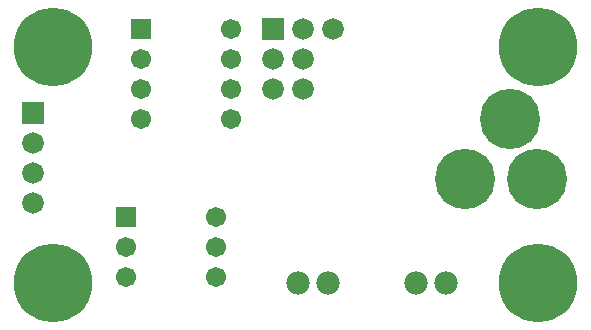
<source format=gbs>
G04 (created by PCBNEW (2013-04-19 BZR 4011)-stable) date 12/08/2014 12:26:49*
%MOIN*%
G04 Gerber Fmt 3.4, Leading zero omitted, Abs format*
%FSLAX34Y34*%
G01*
G70*
G90*
G04 APERTURE LIST*
%ADD10C,0*%
%ADD11C,0.262*%
%ADD12C,0.201*%
%ADD13R,0.067X0.067*%
%ADD14C,0.067*%
%ADD15R,0.072X0.072*%
%ADD16C,0.072*%
%ADD17C,0.078*%
G04 APERTURE END LIST*
G54D10*
G54D11*
X1574Y-9448D03*
X17716Y-9448D03*
X17716Y-1574D03*
X1574Y-1574D03*
G54D12*
X17700Y-6000D03*
X15300Y-6000D03*
X16800Y-4000D03*
G54D13*
X4011Y-7267D03*
G54D14*
X4011Y-8267D03*
X4011Y-9267D03*
X7011Y-9267D03*
X7011Y-8267D03*
X7011Y-7267D03*
G54D15*
X900Y-3800D03*
G54D16*
X900Y-4800D03*
X900Y-5800D03*
X900Y-6800D03*
G54D13*
X4500Y-1000D03*
G54D14*
X4500Y-2000D03*
X4500Y-3000D03*
X4500Y-4000D03*
X7500Y-4000D03*
X7500Y-3000D03*
X7500Y-2000D03*
X7500Y-1000D03*
G54D17*
X13673Y-9448D03*
X14673Y-9448D03*
X9736Y-9448D03*
X10736Y-9448D03*
G54D16*
X10900Y-1000D03*
G54D15*
X8900Y-1000D03*
G54D16*
X9900Y-1000D03*
X8900Y-2000D03*
X9900Y-2000D03*
X8900Y-3000D03*
X9900Y-3000D03*
M02*

</source>
